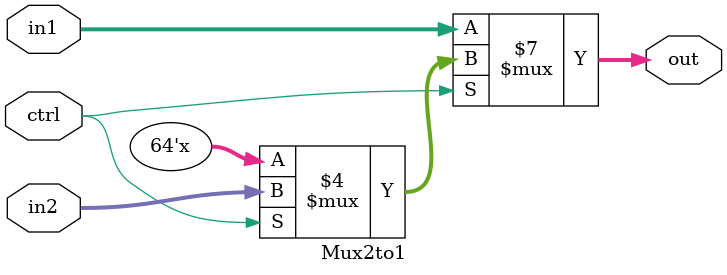
<source format=v>
module Mux2to1(out, in1, in2, ctrl);
    output reg [63:0] out;
    input [63:0] in1, in2;
    input ctrl;

    always @(*)
    if (ctrl == 1'b0)
        out <= in1;
    else if (ctrl  == 1'b1)
        out <= in2;

endmodule
</source>
